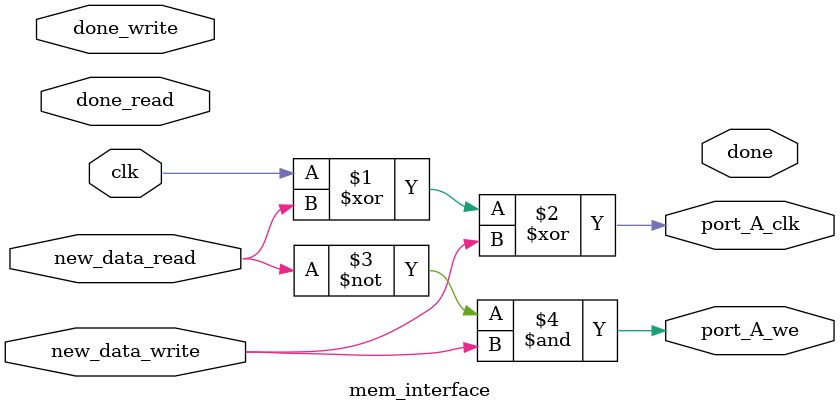
<source format=v>
module mem_interface (output  port_A_clk,
// clock to dpsram (drive this with the input clk)

output  port_A_we,
// read/write selector for dpsram
input done_read,
input new_data_read,
input done_write,
input new_data_write,
output done,
input clk);

assign port_A_clk = clk ^ new_data_read ^ new_data_write;
assign port_A_we = ~new_data_read&new_data_write;
always @ (clk)
begin
end

endmodule
</source>
